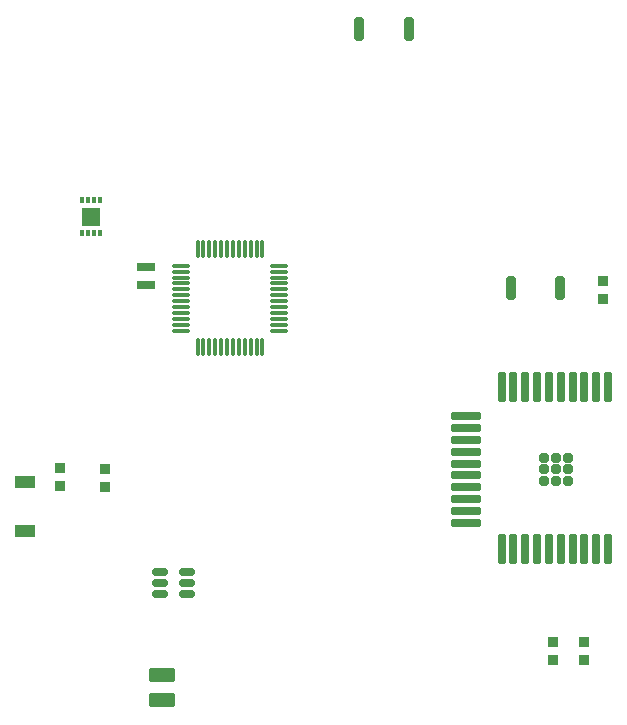
<source format=gtp>
G04 #@! TF.GenerationSoftware,KiCad,Pcbnew,8.0.8*
G04 #@! TF.CreationDate,2025-04-14T11:11:05+01:00*
G04 #@! TF.ProjectId,Bat-mon_v1-Fixo,4261742d-6d6f-46e5-9f76-312d4669786f,rev?*
G04 #@! TF.SameCoordinates,Original*
G04 #@! TF.FileFunction,Paste,Top*
G04 #@! TF.FilePolarity,Positive*
%FSLAX46Y46*%
G04 Gerber Fmt 4.6, Leading zero omitted, Abs format (unit mm)*
G04 Created by KiCad (PCBNEW 8.0.8) date 2025-04-14 11:11:05*
%MOMM*%
%LPD*%
G01*
G04 APERTURE LIST*
G04 Aperture macros list*
%AMRoundRect*
0 Rectangle with rounded corners*
0 $1 Rounding radius*
0 $2 $3 $4 $5 $6 $7 $8 $9 X,Y pos of 4 corners*
0 Add a 4 corners polygon primitive as box body*
4,1,4,$2,$3,$4,$5,$6,$7,$8,$9,$2,$3,0*
0 Add four circle primitives for the rounded corners*
1,1,$1+$1,$2,$3*
1,1,$1+$1,$4,$5*
1,1,$1+$1,$6,$7*
1,1,$1+$1,$8,$9*
0 Add four rect primitives between the rounded corners*
20,1,$1+$1,$2,$3,$4,$5,0*
20,1,$1+$1,$4,$5,$6,$7,0*
20,1,$1+$1,$6,$7,$8,$9,0*
20,1,$1+$1,$8,$9,$2,$3,0*%
G04 Aperture macros list end*
%ADD10R,1.720000X1.120000*%
%ADD11RoundRect,0.150000X0.512500X0.150000X-0.512500X0.150000X-0.512500X-0.150000X0.512500X-0.150000X0*%
%ADD12RoundRect,0.175000X-0.175000X1.125000X-0.175000X-1.125000X0.175000X-1.125000X0.175000X1.125000X0*%
%ADD13RoundRect,0.175000X-1.125000X-0.175000X1.125000X-0.175000X1.125000X0.175000X-1.125000X0.175000X0*%
%ADD14RoundRect,0.200000X-0.200000X-0.200000X0.200000X-0.200000X0.200000X0.200000X-0.200000X0.200000X0*%
%ADD15R,0.950000X0.950000*%
%ADD16RoundRect,0.200000X0.200000X0.800000X-0.200000X0.800000X-0.200000X-0.800000X0.200000X-0.800000X0*%
%ADD17RoundRect,0.250000X-0.850000X0.375000X-0.850000X-0.375000X0.850000X-0.375000X0.850000X0.375000X0*%
%ADD18R,1.500000X0.800000*%
%ADD19R,0.300000X0.600000*%
%ADD20R,1.600000X1.600000*%
%ADD21RoundRect,0.075000X-0.662500X-0.075000X0.662500X-0.075000X0.662500X0.075000X-0.662500X0.075000X0*%
%ADD22RoundRect,0.075000X-0.075000X-0.662500X0.075000X-0.662500X0.075000X0.662500X-0.075000X0.662500X0*%
G04 APERTURE END LIST*
D10*
X153300000Y-89200000D03*
X153300000Y-85050000D03*
D11*
X167037500Y-94550000D03*
X167037500Y-93600000D03*
X167037500Y-92650000D03*
X164762500Y-92650000D03*
X164762500Y-93600000D03*
X164762500Y-94550000D03*
D12*
X202650000Y-77000000D03*
X201650000Y-77000000D03*
X200650000Y-77000000D03*
X199650000Y-77000000D03*
X198650000Y-77000000D03*
X197650000Y-77000000D03*
X196650000Y-77000000D03*
X195650000Y-77000000D03*
X194650000Y-77000000D03*
X193650000Y-77000000D03*
D13*
X190650000Y-79500000D03*
X190650000Y-80500000D03*
X190650000Y-81500000D03*
X190650000Y-82500000D03*
X190650000Y-83500000D03*
X190650000Y-84500000D03*
X190650000Y-85500000D03*
X190650000Y-86500000D03*
X190650000Y-87500000D03*
X190650000Y-88500000D03*
D12*
X193650000Y-90700000D03*
X194650000Y-90700000D03*
X195650000Y-90700000D03*
X196650000Y-90700000D03*
X197650000Y-90700000D03*
X198650000Y-90700000D03*
X199650000Y-90700000D03*
X200650000Y-90700000D03*
X201650000Y-90700000D03*
X202650000Y-90700000D03*
D14*
X199240000Y-83000000D03*
X198240000Y-83000000D03*
X197240000Y-83000000D03*
X197240000Y-84000000D03*
X197240000Y-85000000D03*
X198240000Y-85000000D03*
X199240000Y-85000000D03*
X199240000Y-84000000D03*
X198240000Y-84000000D03*
D15*
X200650000Y-98600000D03*
X200650000Y-100100000D03*
X202240000Y-68050000D03*
X202240000Y-69550000D03*
D16*
X198600000Y-68600000D03*
X194400000Y-68600000D03*
D15*
X198000000Y-98600000D03*
X198000000Y-100100000D03*
D17*
X164900000Y-101400000D03*
X164900000Y-103550000D03*
D16*
X185800000Y-46700000D03*
X181600000Y-46700000D03*
D18*
X163500000Y-66850000D03*
X163500000Y-68350000D03*
D19*
X158100000Y-64000000D03*
X158600000Y-64000000D03*
X159100000Y-64000000D03*
X159600000Y-64000000D03*
X159600000Y-61200000D03*
X159100000Y-61200000D03*
X158600000Y-61200000D03*
X158100000Y-61200000D03*
D20*
X158850000Y-62600000D03*
D21*
X166487500Y-66750000D03*
X166487500Y-67250000D03*
X166487500Y-67750000D03*
X166487500Y-68250000D03*
X166487500Y-68750000D03*
X166487500Y-69250000D03*
X166487500Y-69750000D03*
X166487500Y-70250000D03*
X166487500Y-70750000D03*
X166487500Y-71250000D03*
X166487500Y-71750000D03*
X166487500Y-72250000D03*
D22*
X167900000Y-73662500D03*
X168400000Y-73662500D03*
X168900000Y-73662500D03*
X169400000Y-73662500D03*
X169900000Y-73662500D03*
X170400000Y-73662500D03*
X170900000Y-73662500D03*
X171400000Y-73662500D03*
X171900000Y-73662500D03*
X172400000Y-73662500D03*
X172900000Y-73662500D03*
X173400000Y-73662500D03*
D21*
X174812500Y-72250000D03*
X174812500Y-71750000D03*
X174812500Y-71250000D03*
X174812500Y-70750000D03*
X174812500Y-70250000D03*
X174812500Y-69750000D03*
X174812500Y-69250000D03*
X174812500Y-68750000D03*
X174812500Y-68250000D03*
X174812500Y-67750000D03*
X174812500Y-67250000D03*
X174812500Y-66750000D03*
D22*
X173400000Y-65337500D03*
X172900000Y-65337500D03*
X172400000Y-65337500D03*
X171900000Y-65337500D03*
X171400000Y-65337500D03*
X170900000Y-65337500D03*
X170400000Y-65337500D03*
X169900000Y-65337500D03*
X169400000Y-65337500D03*
X168900000Y-65337500D03*
X168400000Y-65337500D03*
X167900000Y-65337500D03*
D15*
X156250000Y-85400000D03*
X156250000Y-83900000D03*
X160050000Y-85450000D03*
X160050000Y-83950000D03*
M02*

</source>
